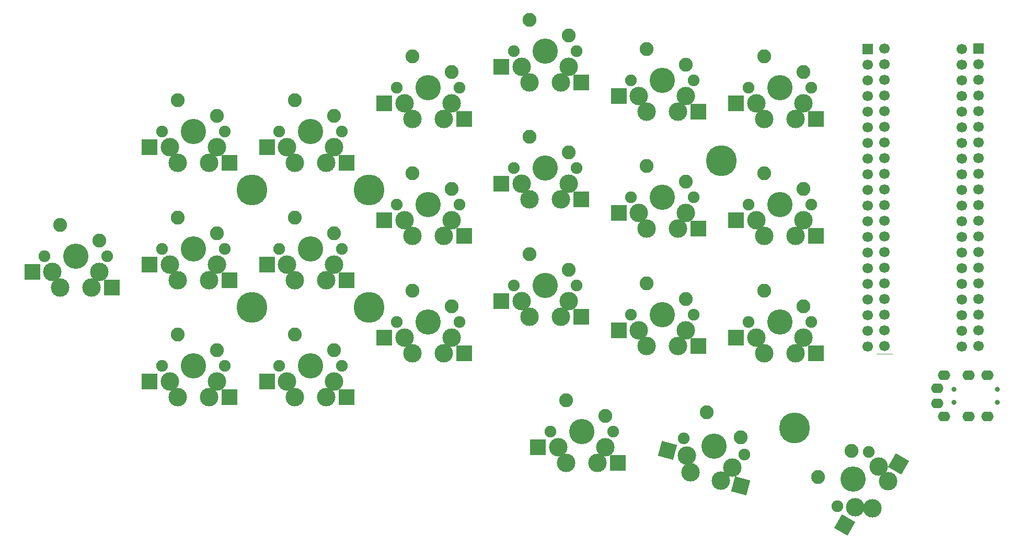
<source format=gts>
G04 #@! TF.GenerationSoftware,KiCad,Pcbnew,(6.0.7-1)-1*
G04 #@! TF.CreationDate,2022-08-21T15:38:59+10:00*
G04 #@! TF.ProjectId,jantor,6a616e74-6f72-42e6-9b69-6361645f7063,rev?*
G04 #@! TF.SameCoordinates,Original*
G04 #@! TF.FileFunction,Soldermask,Top*
G04 #@! TF.FilePolarity,Negative*
%FSLAX46Y46*%
G04 Gerber Fmt 4.6, Leading zero omitted, Abs format (unit mm)*
G04 Created by KiCad (PCBNEW (6.0.7-1)-1) date 2022-08-21 15:38:59*
%MOMM*%
%LPD*%
G01*
G04 APERTURE LIST*
G04 Aperture macros list*
%AMRotRect*
0 Rectangle, with rotation*
0 The origin of the aperture is its center*
0 $1 length*
0 $2 width*
0 $3 Rotation angle, in degrees counterclockwise*
0 Add horizontal line*
21,1,$1,$2,0,0,$3*%
G04 Aperture macros list end*
%ADD10C,0.120000*%
%ADD11C,4.100000*%
%ADD12C,3.000000*%
%ADD13C,1.900000*%
%ADD14C,2.250000*%
%ADD15R,2.550000X2.500000*%
%ADD16C,0.800000*%
%ADD17O,2.000000X1.600000*%
%ADD18RotRect,2.550000X2.500000X345.000000*%
%ADD19RotRect,2.550000X2.500000X60.000000*%
%ADD20C,1.700000*%
%ADD21R,1.700000X1.700000*%
%ADD22C,5.000000*%
G04 APERTURE END LIST*
D10*
X244827500Y-90702500D02*
X247367500Y-90702500D01*
D11*
X153187500Y-54625000D03*
D12*
X150647500Y-59705000D03*
X155727500Y-59705000D03*
X149377500Y-57165000D03*
X156997500Y-57165000D03*
D13*
X148107500Y-54625000D03*
X158267500Y-54625000D03*
D14*
X156997500Y-52085000D03*
D15*
X146102500Y-57165000D03*
D14*
X150647500Y-49545000D03*
D15*
X159029500Y-59705000D03*
D13*
X177267500Y-85500000D03*
D12*
X168377500Y-88040000D03*
D13*
X167107500Y-85500000D03*
D12*
X175997500Y-88040000D03*
X174727500Y-90580000D03*
X169647500Y-90580000D03*
D11*
X172187500Y-85500000D03*
D15*
X165102500Y-88040000D03*
D14*
X175997500Y-82960000D03*
X169647500Y-80420000D03*
D15*
X178029500Y-90580000D03*
D12*
X232997500Y-88040000D03*
D11*
X229187500Y-85500000D03*
D12*
X231727500Y-90580000D03*
X225377500Y-88040000D03*
D13*
X234267500Y-85500000D03*
X224107500Y-85500000D03*
D12*
X226647500Y-90580000D03*
D14*
X232997500Y-82960000D03*
D15*
X222102500Y-88040000D03*
X235029500Y-90580000D03*
D14*
X226647500Y-80420000D03*
D12*
X213997500Y-48852500D03*
D11*
X210187500Y-46312500D03*
D12*
X212727500Y-51392500D03*
D13*
X205107500Y-46312500D03*
D12*
X206377500Y-48852500D03*
D13*
X215267500Y-46312500D03*
D12*
X207647500Y-51392500D03*
D15*
X203102500Y-48852500D03*
D14*
X213997500Y-43772500D03*
X207647500Y-41232500D03*
D15*
X216029500Y-51392500D03*
D12*
X130377500Y-57165000D03*
D11*
X134187500Y-54625000D03*
D12*
X131647500Y-59705000D03*
X137997500Y-57165000D03*
D13*
X129107500Y-54625000D03*
D12*
X136727500Y-59705000D03*
D13*
X139267500Y-54625000D03*
D15*
X127102500Y-57165000D03*
D14*
X137997500Y-52085000D03*
X131647500Y-49545000D03*
D15*
X140029500Y-59705000D03*
D16*
X257400000Y-98562500D03*
X264400000Y-98562500D03*
X264400000Y-96462500D03*
X257400000Y-96462500D03*
D17*
X254700000Y-98762500D03*
X254700000Y-96262500D03*
X255800000Y-100862500D03*
X255800000Y-94162500D03*
X262800000Y-100862500D03*
X259800000Y-94162500D03*
X262800000Y-94162500D03*
X259800000Y-100862500D03*
D12*
X207647500Y-70392500D03*
X206377500Y-67852500D03*
D11*
X210187500Y-65312500D03*
D12*
X213997500Y-67852500D03*
D13*
X205107500Y-65312500D03*
D12*
X212727500Y-70392500D03*
D13*
X215267500Y-65312500D03*
D14*
X213997500Y-62772500D03*
D15*
X203102500Y-67852500D03*
X216029500Y-70392500D03*
D14*
X207647500Y-60232500D03*
D12*
X219638651Y-111251804D03*
X214162422Y-107154851D03*
D11*
X218500000Y-105687500D03*
D12*
X214731748Y-109937003D03*
D13*
X213593097Y-104372699D03*
X223406903Y-107002301D03*
D12*
X221522777Y-109127052D03*
D14*
X222837578Y-104220149D03*
D18*
X210999015Y-106307219D03*
X222828138Y-112106424D03*
D14*
X217361349Y-100123196D03*
D13*
X120267500Y-74812500D03*
D12*
X112647500Y-79892500D03*
X111377500Y-77352500D03*
D11*
X115187500Y-74812500D03*
D12*
X117727500Y-79892500D03*
X118997500Y-77352500D03*
D13*
X110107500Y-74812500D03*
D14*
X118997500Y-72272500D03*
D15*
X108102500Y-77352500D03*
X121029500Y-79892500D03*
D14*
X112647500Y-69732500D03*
D13*
X238522500Y-115430659D03*
D12*
X245167205Y-109001693D03*
D11*
X241062500Y-111031250D03*
D12*
X246731909Y-111371545D03*
X241357205Y-115600807D03*
X244191909Y-115770955D03*
D13*
X243602500Y-106631841D03*
D19*
X239719705Y-118437040D03*
D14*
X240767795Y-106461693D03*
D19*
X248382909Y-108511930D03*
D14*
X235393091Y-110690955D03*
D13*
X177267500Y-47500000D03*
D11*
X172187500Y-47500000D03*
D12*
X168377500Y-50040000D03*
D13*
X167107500Y-47500000D03*
D12*
X169647500Y-52580000D03*
X175997500Y-50040000D03*
X174727500Y-52580000D03*
D14*
X175997500Y-44960000D03*
D15*
X165102500Y-50040000D03*
D14*
X169647500Y-42420000D03*
D15*
X178029500Y-52580000D03*
D12*
X137997500Y-95165000D03*
D13*
X139267500Y-92625000D03*
D11*
X134187500Y-92625000D03*
D13*
X129107500Y-92625000D03*
D12*
X130377500Y-95165000D03*
X136727500Y-97705000D03*
X131647500Y-97705000D03*
D14*
X137997500Y-90085000D03*
D15*
X127102500Y-95165000D03*
X140029500Y-97705000D03*
D14*
X131647500Y-87545000D03*
D11*
X153187500Y-92625000D03*
D13*
X148107500Y-92625000D03*
D12*
X155727500Y-97705000D03*
X150647500Y-97705000D03*
X156997500Y-95165000D03*
X149377500Y-95165000D03*
D13*
X158267500Y-92625000D03*
D14*
X156997500Y-90085000D03*
D15*
X146102500Y-95165000D03*
D14*
X150647500Y-87545000D03*
D15*
X159029500Y-97705000D03*
D14*
X150647500Y-68545000D03*
D15*
X159029500Y-78705000D03*
X146102500Y-76165000D03*
D14*
X156997500Y-71085000D03*
D12*
X149377500Y-76165000D03*
X155727500Y-78705000D03*
X150647500Y-78705000D03*
D13*
X148107500Y-73625000D03*
X158267500Y-73625000D03*
D11*
X153187500Y-73625000D03*
D12*
X156997500Y-76165000D03*
D13*
X202205000Y-103312500D03*
D12*
X200935000Y-105852500D03*
X199665000Y-108392500D03*
D13*
X192045000Y-103312500D03*
D12*
X194585000Y-108392500D03*
X193315000Y-105852500D03*
D11*
X197125000Y-103312500D03*
D14*
X200935000Y-100772500D03*
D15*
X190040000Y-105852500D03*
X202967000Y-108392500D03*
D14*
X194585000Y-98232500D03*
D12*
X175997500Y-69040000D03*
D11*
X172187500Y-66500000D03*
D12*
X168377500Y-69040000D03*
D13*
X177267500Y-66500000D03*
X167107500Y-66500000D03*
D12*
X169647500Y-71580000D03*
X174727500Y-71580000D03*
D15*
X165102500Y-69040000D03*
D14*
X175997500Y-63960000D03*
X169647500Y-61420000D03*
D15*
X178029500Y-71580000D03*
D13*
X224107500Y-47500000D03*
D12*
X232997500Y-50040000D03*
D11*
X229187500Y-47500000D03*
D12*
X225377500Y-50040000D03*
D13*
X234267500Y-47500000D03*
D12*
X226647500Y-52580000D03*
X231727500Y-52580000D03*
D15*
X222102500Y-50040000D03*
D14*
X232997500Y-44960000D03*
D15*
X235029500Y-52580000D03*
D14*
X226647500Y-42420000D03*
D12*
X136727500Y-78705000D03*
X130377500Y-76165000D03*
D13*
X129107500Y-73625000D03*
D11*
X134187500Y-73625000D03*
D12*
X131647500Y-78705000D03*
X137997500Y-76165000D03*
D13*
X139267500Y-73625000D03*
D15*
X127102500Y-76165000D03*
D14*
X137997500Y-71085000D03*
X131647500Y-68545000D03*
D15*
X140029500Y-78705000D03*
D12*
X188647500Y-46642500D03*
X187377500Y-44102500D03*
D11*
X191187500Y-41562500D03*
D13*
X186107500Y-41562500D03*
D12*
X194997500Y-44102500D03*
D13*
X196267500Y-41562500D03*
D12*
X193727500Y-46642500D03*
D15*
X184102500Y-44102500D03*
D14*
X194997500Y-39022500D03*
X188647500Y-36482500D03*
D15*
X197029500Y-46642500D03*
D13*
X196267500Y-60562500D03*
D11*
X191187500Y-60562500D03*
D12*
X193727500Y-65642500D03*
D13*
X186107500Y-60562500D03*
D12*
X188647500Y-65642500D03*
X187377500Y-63102500D03*
X194997500Y-63102500D03*
D15*
X184102500Y-63102500D03*
D14*
X194997500Y-58022500D03*
X188647500Y-55482500D03*
D15*
X197029500Y-65642500D03*
D12*
X187377500Y-82102500D03*
X194997500Y-82102500D03*
D11*
X191187500Y-79562500D03*
D12*
X193727500Y-84642500D03*
X188647500Y-84642500D03*
D13*
X196267500Y-79562500D03*
X186107500Y-79562500D03*
D15*
X184102500Y-82102500D03*
D14*
X194997500Y-77022500D03*
D15*
X197029500Y-84642500D03*
D14*
X188647500Y-74482500D03*
D20*
X258677500Y-41192500D03*
X246097500Y-41172500D03*
X258677500Y-43732500D03*
X246097500Y-43712500D03*
X246097500Y-46252500D03*
X258677500Y-46272500D03*
X246097500Y-48792500D03*
X258677500Y-48812500D03*
X258677500Y-51352500D03*
X246097500Y-51332500D03*
X258677500Y-53892500D03*
X246097500Y-53872500D03*
X258677500Y-56432500D03*
X246097500Y-56412500D03*
X258677500Y-58972500D03*
X246097500Y-58952500D03*
X246097500Y-61492500D03*
X258677500Y-61512500D03*
X246097500Y-64032500D03*
X258677500Y-64052500D03*
X258677500Y-66592500D03*
X246097500Y-66572500D03*
X258677500Y-69132500D03*
X246097500Y-69112500D03*
X246097500Y-71652500D03*
X258677500Y-71672500D03*
X258677500Y-74212500D03*
X246097500Y-74192500D03*
X258677500Y-76752500D03*
X246097500Y-76732500D03*
X246097500Y-79272500D03*
X258677500Y-79292500D03*
X246097500Y-81812500D03*
X258677500Y-81832500D03*
X246097500Y-84352500D03*
X258677500Y-84372500D03*
X246097500Y-86892500D03*
X258677500Y-86912500D03*
X246097500Y-89432500D03*
X258677500Y-89452500D03*
X243437500Y-89452500D03*
X261337500Y-89432500D03*
X243437500Y-86912500D03*
X261337500Y-86892500D03*
X261337500Y-84352500D03*
X243437500Y-84372500D03*
X243437500Y-81832500D03*
X261337500Y-81812500D03*
X243437500Y-79292500D03*
X261337500Y-79272500D03*
X243437500Y-76752500D03*
X261337500Y-76732500D03*
X243437500Y-74212500D03*
X261337500Y-74192500D03*
X261337500Y-71652500D03*
X243437500Y-71672500D03*
X261337500Y-69112500D03*
X243437500Y-69132500D03*
X243437500Y-66592500D03*
X261337500Y-66572500D03*
X243437500Y-64052500D03*
X261337500Y-64032500D03*
X261337500Y-61492500D03*
X243437500Y-61512500D03*
X261337500Y-58952500D03*
X243437500Y-58972500D03*
X261337500Y-56412500D03*
X243437500Y-56432500D03*
X243437500Y-53892500D03*
X261337500Y-53872500D03*
X243437500Y-51352500D03*
X261337500Y-51332500D03*
X243437500Y-48812500D03*
X261337500Y-48792500D03*
X261337500Y-46252500D03*
X243437500Y-46272500D03*
X261337500Y-43712500D03*
X243437500Y-43732500D03*
D21*
X243437500Y-41192500D03*
X261337500Y-41172500D03*
D11*
X229187500Y-66500000D03*
D12*
X225377500Y-69040000D03*
X226647500Y-71580000D03*
X232997500Y-69040000D03*
D13*
X234267500Y-66500000D03*
D12*
X231727500Y-71580000D03*
D13*
X224107500Y-66500000D03*
D15*
X222102500Y-69040000D03*
D14*
X232997500Y-63960000D03*
D15*
X235029500Y-71580000D03*
D14*
X226647500Y-61420000D03*
D12*
X213997500Y-86852500D03*
X206377500Y-86852500D03*
D13*
X205107500Y-84312500D03*
D12*
X212727500Y-89392500D03*
D13*
X215267500Y-84312500D03*
D12*
X207647500Y-89392500D03*
D11*
X210187500Y-84312500D03*
D15*
X203102500Y-86852500D03*
D14*
X213997500Y-81772500D03*
X207647500Y-79232500D03*
D15*
X216029500Y-89392500D03*
D22*
X162687500Y-64125000D03*
X143687500Y-64125000D03*
X231562500Y-102718750D03*
X219687500Y-59375000D03*
X143687500Y-83125000D03*
X162687500Y-83125000D03*
M02*

</source>
